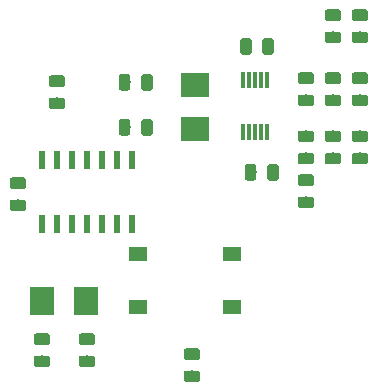
<source format=gtp>
G04 #@! TF.GenerationSoftware,KiCad,Pcbnew,(5.1.0)-1*
G04 #@! TF.CreationDate,2019-04-21T11:54:00-04:00*
G04 #@! TF.ProjectId,tpms_silencer,74706d73-5f73-4696-9c65-6e6365722e6b,rev?*
G04 #@! TF.SameCoordinates,Original*
G04 #@! TF.FileFunction,Paste,Top*
G04 #@! TF.FilePolarity,Positive*
%FSLAX46Y46*%
G04 Gerber Fmt 4.6, Leading zero omitted, Abs format (unit mm)*
G04 Created by KiCad (PCBNEW (5.1.0)-1) date 2019-04-21 11:54:00*
%MOMM*%
%LPD*%
G04 APERTURE LIST*
%ADD10R,2.400000X2.000000*%
%ADD11R,2.000000X2.400000*%
%ADD12C,0.100000*%
%ADD13C,0.975000*%
%ADD14R,0.600000X1.500000*%
%ADD15R,0.300000X1.400000*%
%ADD16R,1.550000X1.300000*%
G04 APERTURE END LIST*
D10*
X40132000Y-50940000D03*
X40132000Y-47240000D03*
D11*
X30878000Y-65532000D03*
X27178000Y-65532000D03*
D12*
G36*
X25626142Y-56917674D02*
G01*
X25649803Y-56921184D01*
X25673007Y-56926996D01*
X25695529Y-56935054D01*
X25717153Y-56945282D01*
X25737670Y-56957579D01*
X25756883Y-56971829D01*
X25774607Y-56987893D01*
X25790671Y-57005617D01*
X25804921Y-57024830D01*
X25817218Y-57045347D01*
X25827446Y-57066971D01*
X25835504Y-57089493D01*
X25841316Y-57112697D01*
X25844826Y-57136358D01*
X25846000Y-57160250D01*
X25846000Y-57647750D01*
X25844826Y-57671642D01*
X25841316Y-57695303D01*
X25835504Y-57718507D01*
X25827446Y-57741029D01*
X25817218Y-57762653D01*
X25804921Y-57783170D01*
X25790671Y-57802383D01*
X25774607Y-57820107D01*
X25756883Y-57836171D01*
X25737670Y-57850421D01*
X25717153Y-57862718D01*
X25695529Y-57872946D01*
X25673007Y-57881004D01*
X25649803Y-57886816D01*
X25626142Y-57890326D01*
X25602250Y-57891500D01*
X24689750Y-57891500D01*
X24665858Y-57890326D01*
X24642197Y-57886816D01*
X24618993Y-57881004D01*
X24596471Y-57872946D01*
X24574847Y-57862718D01*
X24554330Y-57850421D01*
X24535117Y-57836171D01*
X24517393Y-57820107D01*
X24501329Y-57802383D01*
X24487079Y-57783170D01*
X24474782Y-57762653D01*
X24464554Y-57741029D01*
X24456496Y-57718507D01*
X24450684Y-57695303D01*
X24447174Y-57671642D01*
X24446000Y-57647750D01*
X24446000Y-57160250D01*
X24447174Y-57136358D01*
X24450684Y-57112697D01*
X24456496Y-57089493D01*
X24464554Y-57066971D01*
X24474782Y-57045347D01*
X24487079Y-57024830D01*
X24501329Y-57005617D01*
X24517393Y-56987893D01*
X24535117Y-56971829D01*
X24554330Y-56957579D01*
X24574847Y-56945282D01*
X24596471Y-56935054D01*
X24618993Y-56926996D01*
X24642197Y-56921184D01*
X24665858Y-56917674D01*
X24689750Y-56916500D01*
X25602250Y-56916500D01*
X25626142Y-56917674D01*
X25626142Y-56917674D01*
G37*
D13*
X25146000Y-57404000D03*
D12*
G36*
X25626142Y-55042674D02*
G01*
X25649803Y-55046184D01*
X25673007Y-55051996D01*
X25695529Y-55060054D01*
X25717153Y-55070282D01*
X25737670Y-55082579D01*
X25756883Y-55096829D01*
X25774607Y-55112893D01*
X25790671Y-55130617D01*
X25804921Y-55149830D01*
X25817218Y-55170347D01*
X25827446Y-55191971D01*
X25835504Y-55214493D01*
X25841316Y-55237697D01*
X25844826Y-55261358D01*
X25846000Y-55285250D01*
X25846000Y-55772750D01*
X25844826Y-55796642D01*
X25841316Y-55820303D01*
X25835504Y-55843507D01*
X25827446Y-55866029D01*
X25817218Y-55887653D01*
X25804921Y-55908170D01*
X25790671Y-55927383D01*
X25774607Y-55945107D01*
X25756883Y-55961171D01*
X25737670Y-55975421D01*
X25717153Y-55987718D01*
X25695529Y-55997946D01*
X25673007Y-56006004D01*
X25649803Y-56011816D01*
X25626142Y-56015326D01*
X25602250Y-56016500D01*
X24689750Y-56016500D01*
X24665858Y-56015326D01*
X24642197Y-56011816D01*
X24618993Y-56006004D01*
X24596471Y-55997946D01*
X24574847Y-55987718D01*
X24554330Y-55975421D01*
X24535117Y-55961171D01*
X24517393Y-55945107D01*
X24501329Y-55927383D01*
X24487079Y-55908170D01*
X24474782Y-55887653D01*
X24464554Y-55866029D01*
X24456496Y-55843507D01*
X24450684Y-55820303D01*
X24447174Y-55796642D01*
X24446000Y-55772750D01*
X24446000Y-55285250D01*
X24447174Y-55261358D01*
X24450684Y-55237697D01*
X24456496Y-55214493D01*
X24464554Y-55191971D01*
X24474782Y-55170347D01*
X24487079Y-55149830D01*
X24501329Y-55130617D01*
X24517393Y-55112893D01*
X24535117Y-55096829D01*
X24554330Y-55082579D01*
X24574847Y-55070282D01*
X24596471Y-55060054D01*
X24618993Y-55051996D01*
X24642197Y-55046184D01*
X24665858Y-55042674D01*
X24689750Y-55041500D01*
X25602250Y-55041500D01*
X25626142Y-55042674D01*
X25626142Y-55042674D01*
G37*
D13*
X25146000Y-55529000D03*
D12*
G36*
X27658142Y-68250674D02*
G01*
X27681803Y-68254184D01*
X27705007Y-68259996D01*
X27727529Y-68268054D01*
X27749153Y-68278282D01*
X27769670Y-68290579D01*
X27788883Y-68304829D01*
X27806607Y-68320893D01*
X27822671Y-68338617D01*
X27836921Y-68357830D01*
X27849218Y-68378347D01*
X27859446Y-68399971D01*
X27867504Y-68422493D01*
X27873316Y-68445697D01*
X27876826Y-68469358D01*
X27878000Y-68493250D01*
X27878000Y-68980750D01*
X27876826Y-69004642D01*
X27873316Y-69028303D01*
X27867504Y-69051507D01*
X27859446Y-69074029D01*
X27849218Y-69095653D01*
X27836921Y-69116170D01*
X27822671Y-69135383D01*
X27806607Y-69153107D01*
X27788883Y-69169171D01*
X27769670Y-69183421D01*
X27749153Y-69195718D01*
X27727529Y-69205946D01*
X27705007Y-69214004D01*
X27681803Y-69219816D01*
X27658142Y-69223326D01*
X27634250Y-69224500D01*
X26721750Y-69224500D01*
X26697858Y-69223326D01*
X26674197Y-69219816D01*
X26650993Y-69214004D01*
X26628471Y-69205946D01*
X26606847Y-69195718D01*
X26586330Y-69183421D01*
X26567117Y-69169171D01*
X26549393Y-69153107D01*
X26533329Y-69135383D01*
X26519079Y-69116170D01*
X26506782Y-69095653D01*
X26496554Y-69074029D01*
X26488496Y-69051507D01*
X26482684Y-69028303D01*
X26479174Y-69004642D01*
X26478000Y-68980750D01*
X26478000Y-68493250D01*
X26479174Y-68469358D01*
X26482684Y-68445697D01*
X26488496Y-68422493D01*
X26496554Y-68399971D01*
X26506782Y-68378347D01*
X26519079Y-68357830D01*
X26533329Y-68338617D01*
X26549393Y-68320893D01*
X26567117Y-68304829D01*
X26586330Y-68290579D01*
X26606847Y-68278282D01*
X26628471Y-68268054D01*
X26650993Y-68259996D01*
X26674197Y-68254184D01*
X26697858Y-68250674D01*
X26721750Y-68249500D01*
X27634250Y-68249500D01*
X27658142Y-68250674D01*
X27658142Y-68250674D01*
G37*
D13*
X27178000Y-68737000D03*
D12*
G36*
X27658142Y-70125674D02*
G01*
X27681803Y-70129184D01*
X27705007Y-70134996D01*
X27727529Y-70143054D01*
X27749153Y-70153282D01*
X27769670Y-70165579D01*
X27788883Y-70179829D01*
X27806607Y-70195893D01*
X27822671Y-70213617D01*
X27836921Y-70232830D01*
X27849218Y-70253347D01*
X27859446Y-70274971D01*
X27867504Y-70297493D01*
X27873316Y-70320697D01*
X27876826Y-70344358D01*
X27878000Y-70368250D01*
X27878000Y-70855750D01*
X27876826Y-70879642D01*
X27873316Y-70903303D01*
X27867504Y-70926507D01*
X27859446Y-70949029D01*
X27849218Y-70970653D01*
X27836921Y-70991170D01*
X27822671Y-71010383D01*
X27806607Y-71028107D01*
X27788883Y-71044171D01*
X27769670Y-71058421D01*
X27749153Y-71070718D01*
X27727529Y-71080946D01*
X27705007Y-71089004D01*
X27681803Y-71094816D01*
X27658142Y-71098326D01*
X27634250Y-71099500D01*
X26721750Y-71099500D01*
X26697858Y-71098326D01*
X26674197Y-71094816D01*
X26650993Y-71089004D01*
X26628471Y-71080946D01*
X26606847Y-71070718D01*
X26586330Y-71058421D01*
X26567117Y-71044171D01*
X26549393Y-71028107D01*
X26533329Y-71010383D01*
X26519079Y-70991170D01*
X26506782Y-70970653D01*
X26496554Y-70949029D01*
X26488496Y-70926507D01*
X26482684Y-70903303D01*
X26479174Y-70879642D01*
X26478000Y-70855750D01*
X26478000Y-70368250D01*
X26479174Y-70344358D01*
X26482684Y-70320697D01*
X26488496Y-70297493D01*
X26496554Y-70274971D01*
X26506782Y-70253347D01*
X26519079Y-70232830D01*
X26533329Y-70213617D01*
X26549393Y-70195893D01*
X26567117Y-70179829D01*
X26586330Y-70165579D01*
X26606847Y-70153282D01*
X26628471Y-70143054D01*
X26650993Y-70134996D01*
X26674197Y-70129184D01*
X26697858Y-70125674D01*
X26721750Y-70124500D01*
X27634250Y-70124500D01*
X27658142Y-70125674D01*
X27658142Y-70125674D01*
G37*
D13*
X27178000Y-70612000D03*
D12*
G36*
X31468142Y-70125674D02*
G01*
X31491803Y-70129184D01*
X31515007Y-70134996D01*
X31537529Y-70143054D01*
X31559153Y-70153282D01*
X31579670Y-70165579D01*
X31598883Y-70179829D01*
X31616607Y-70195893D01*
X31632671Y-70213617D01*
X31646921Y-70232830D01*
X31659218Y-70253347D01*
X31669446Y-70274971D01*
X31677504Y-70297493D01*
X31683316Y-70320697D01*
X31686826Y-70344358D01*
X31688000Y-70368250D01*
X31688000Y-70855750D01*
X31686826Y-70879642D01*
X31683316Y-70903303D01*
X31677504Y-70926507D01*
X31669446Y-70949029D01*
X31659218Y-70970653D01*
X31646921Y-70991170D01*
X31632671Y-71010383D01*
X31616607Y-71028107D01*
X31598883Y-71044171D01*
X31579670Y-71058421D01*
X31559153Y-71070718D01*
X31537529Y-71080946D01*
X31515007Y-71089004D01*
X31491803Y-71094816D01*
X31468142Y-71098326D01*
X31444250Y-71099500D01*
X30531750Y-71099500D01*
X30507858Y-71098326D01*
X30484197Y-71094816D01*
X30460993Y-71089004D01*
X30438471Y-71080946D01*
X30416847Y-71070718D01*
X30396330Y-71058421D01*
X30377117Y-71044171D01*
X30359393Y-71028107D01*
X30343329Y-71010383D01*
X30329079Y-70991170D01*
X30316782Y-70970653D01*
X30306554Y-70949029D01*
X30298496Y-70926507D01*
X30292684Y-70903303D01*
X30289174Y-70879642D01*
X30288000Y-70855750D01*
X30288000Y-70368250D01*
X30289174Y-70344358D01*
X30292684Y-70320697D01*
X30298496Y-70297493D01*
X30306554Y-70274971D01*
X30316782Y-70253347D01*
X30329079Y-70232830D01*
X30343329Y-70213617D01*
X30359393Y-70195893D01*
X30377117Y-70179829D01*
X30396330Y-70165579D01*
X30416847Y-70153282D01*
X30438471Y-70143054D01*
X30460993Y-70134996D01*
X30484197Y-70129184D01*
X30507858Y-70125674D01*
X30531750Y-70124500D01*
X31444250Y-70124500D01*
X31468142Y-70125674D01*
X31468142Y-70125674D01*
G37*
D13*
X30988000Y-70612000D03*
D12*
G36*
X31468142Y-68250674D02*
G01*
X31491803Y-68254184D01*
X31515007Y-68259996D01*
X31537529Y-68268054D01*
X31559153Y-68278282D01*
X31579670Y-68290579D01*
X31598883Y-68304829D01*
X31616607Y-68320893D01*
X31632671Y-68338617D01*
X31646921Y-68357830D01*
X31659218Y-68378347D01*
X31669446Y-68399971D01*
X31677504Y-68422493D01*
X31683316Y-68445697D01*
X31686826Y-68469358D01*
X31688000Y-68493250D01*
X31688000Y-68980750D01*
X31686826Y-69004642D01*
X31683316Y-69028303D01*
X31677504Y-69051507D01*
X31669446Y-69074029D01*
X31659218Y-69095653D01*
X31646921Y-69116170D01*
X31632671Y-69135383D01*
X31616607Y-69153107D01*
X31598883Y-69169171D01*
X31579670Y-69183421D01*
X31559153Y-69195718D01*
X31537529Y-69205946D01*
X31515007Y-69214004D01*
X31491803Y-69219816D01*
X31468142Y-69223326D01*
X31444250Y-69224500D01*
X30531750Y-69224500D01*
X30507858Y-69223326D01*
X30484197Y-69219816D01*
X30460993Y-69214004D01*
X30438471Y-69205946D01*
X30416847Y-69195718D01*
X30396330Y-69183421D01*
X30377117Y-69169171D01*
X30359393Y-69153107D01*
X30343329Y-69135383D01*
X30329079Y-69116170D01*
X30316782Y-69095653D01*
X30306554Y-69074029D01*
X30298496Y-69051507D01*
X30292684Y-69028303D01*
X30289174Y-69004642D01*
X30288000Y-68980750D01*
X30288000Y-68493250D01*
X30289174Y-68469358D01*
X30292684Y-68445697D01*
X30298496Y-68422493D01*
X30306554Y-68399971D01*
X30316782Y-68378347D01*
X30329079Y-68357830D01*
X30343329Y-68338617D01*
X30359393Y-68320893D01*
X30377117Y-68304829D01*
X30396330Y-68290579D01*
X30416847Y-68278282D01*
X30438471Y-68268054D01*
X30460993Y-68259996D01*
X30484197Y-68254184D01*
X30507858Y-68250674D01*
X30531750Y-68249500D01*
X31444250Y-68249500D01*
X31468142Y-68250674D01*
X31468142Y-68250674D01*
G37*
D13*
X30988000Y-68737000D03*
D12*
G36*
X36335642Y-46291174D02*
G01*
X36359303Y-46294684D01*
X36382507Y-46300496D01*
X36405029Y-46308554D01*
X36426653Y-46318782D01*
X36447170Y-46331079D01*
X36466383Y-46345329D01*
X36484107Y-46361393D01*
X36500171Y-46379117D01*
X36514421Y-46398330D01*
X36526718Y-46418847D01*
X36536946Y-46440471D01*
X36545004Y-46462993D01*
X36550816Y-46486197D01*
X36554326Y-46509858D01*
X36555500Y-46533750D01*
X36555500Y-47446250D01*
X36554326Y-47470142D01*
X36550816Y-47493803D01*
X36545004Y-47517007D01*
X36536946Y-47539529D01*
X36526718Y-47561153D01*
X36514421Y-47581670D01*
X36500171Y-47600883D01*
X36484107Y-47618607D01*
X36466383Y-47634671D01*
X36447170Y-47648921D01*
X36426653Y-47661218D01*
X36405029Y-47671446D01*
X36382507Y-47679504D01*
X36359303Y-47685316D01*
X36335642Y-47688826D01*
X36311750Y-47690000D01*
X35824250Y-47690000D01*
X35800358Y-47688826D01*
X35776697Y-47685316D01*
X35753493Y-47679504D01*
X35730971Y-47671446D01*
X35709347Y-47661218D01*
X35688830Y-47648921D01*
X35669617Y-47634671D01*
X35651893Y-47618607D01*
X35635829Y-47600883D01*
X35621579Y-47581670D01*
X35609282Y-47561153D01*
X35599054Y-47539529D01*
X35590996Y-47517007D01*
X35585184Y-47493803D01*
X35581674Y-47470142D01*
X35580500Y-47446250D01*
X35580500Y-46533750D01*
X35581674Y-46509858D01*
X35585184Y-46486197D01*
X35590996Y-46462993D01*
X35599054Y-46440471D01*
X35609282Y-46418847D01*
X35621579Y-46398330D01*
X35635829Y-46379117D01*
X35651893Y-46361393D01*
X35669617Y-46345329D01*
X35688830Y-46331079D01*
X35709347Y-46318782D01*
X35730971Y-46308554D01*
X35753493Y-46300496D01*
X35776697Y-46294684D01*
X35800358Y-46291174D01*
X35824250Y-46290000D01*
X36311750Y-46290000D01*
X36335642Y-46291174D01*
X36335642Y-46291174D01*
G37*
D13*
X36068000Y-46990000D03*
D12*
G36*
X34460642Y-46291174D02*
G01*
X34484303Y-46294684D01*
X34507507Y-46300496D01*
X34530029Y-46308554D01*
X34551653Y-46318782D01*
X34572170Y-46331079D01*
X34591383Y-46345329D01*
X34609107Y-46361393D01*
X34625171Y-46379117D01*
X34639421Y-46398330D01*
X34651718Y-46418847D01*
X34661946Y-46440471D01*
X34670004Y-46462993D01*
X34675816Y-46486197D01*
X34679326Y-46509858D01*
X34680500Y-46533750D01*
X34680500Y-47446250D01*
X34679326Y-47470142D01*
X34675816Y-47493803D01*
X34670004Y-47517007D01*
X34661946Y-47539529D01*
X34651718Y-47561153D01*
X34639421Y-47581670D01*
X34625171Y-47600883D01*
X34609107Y-47618607D01*
X34591383Y-47634671D01*
X34572170Y-47648921D01*
X34551653Y-47661218D01*
X34530029Y-47671446D01*
X34507507Y-47679504D01*
X34484303Y-47685316D01*
X34460642Y-47688826D01*
X34436750Y-47690000D01*
X33949250Y-47690000D01*
X33925358Y-47688826D01*
X33901697Y-47685316D01*
X33878493Y-47679504D01*
X33855971Y-47671446D01*
X33834347Y-47661218D01*
X33813830Y-47648921D01*
X33794617Y-47634671D01*
X33776893Y-47618607D01*
X33760829Y-47600883D01*
X33746579Y-47581670D01*
X33734282Y-47561153D01*
X33724054Y-47539529D01*
X33715996Y-47517007D01*
X33710184Y-47493803D01*
X33706674Y-47470142D01*
X33705500Y-47446250D01*
X33705500Y-46533750D01*
X33706674Y-46509858D01*
X33710184Y-46486197D01*
X33715996Y-46462993D01*
X33724054Y-46440471D01*
X33734282Y-46418847D01*
X33746579Y-46398330D01*
X33760829Y-46379117D01*
X33776893Y-46361393D01*
X33794617Y-46345329D01*
X33813830Y-46331079D01*
X33834347Y-46318782D01*
X33855971Y-46308554D01*
X33878493Y-46300496D01*
X33901697Y-46294684D01*
X33925358Y-46291174D01*
X33949250Y-46290000D01*
X34436750Y-46290000D01*
X34460642Y-46291174D01*
X34460642Y-46291174D01*
G37*
D13*
X34193000Y-46990000D03*
D12*
G36*
X36335642Y-50101174D02*
G01*
X36359303Y-50104684D01*
X36382507Y-50110496D01*
X36405029Y-50118554D01*
X36426653Y-50128782D01*
X36447170Y-50141079D01*
X36466383Y-50155329D01*
X36484107Y-50171393D01*
X36500171Y-50189117D01*
X36514421Y-50208330D01*
X36526718Y-50228847D01*
X36536946Y-50250471D01*
X36545004Y-50272993D01*
X36550816Y-50296197D01*
X36554326Y-50319858D01*
X36555500Y-50343750D01*
X36555500Y-51256250D01*
X36554326Y-51280142D01*
X36550816Y-51303803D01*
X36545004Y-51327007D01*
X36536946Y-51349529D01*
X36526718Y-51371153D01*
X36514421Y-51391670D01*
X36500171Y-51410883D01*
X36484107Y-51428607D01*
X36466383Y-51444671D01*
X36447170Y-51458921D01*
X36426653Y-51471218D01*
X36405029Y-51481446D01*
X36382507Y-51489504D01*
X36359303Y-51495316D01*
X36335642Y-51498826D01*
X36311750Y-51500000D01*
X35824250Y-51500000D01*
X35800358Y-51498826D01*
X35776697Y-51495316D01*
X35753493Y-51489504D01*
X35730971Y-51481446D01*
X35709347Y-51471218D01*
X35688830Y-51458921D01*
X35669617Y-51444671D01*
X35651893Y-51428607D01*
X35635829Y-51410883D01*
X35621579Y-51391670D01*
X35609282Y-51371153D01*
X35599054Y-51349529D01*
X35590996Y-51327007D01*
X35585184Y-51303803D01*
X35581674Y-51280142D01*
X35580500Y-51256250D01*
X35580500Y-50343750D01*
X35581674Y-50319858D01*
X35585184Y-50296197D01*
X35590996Y-50272993D01*
X35599054Y-50250471D01*
X35609282Y-50228847D01*
X35621579Y-50208330D01*
X35635829Y-50189117D01*
X35651893Y-50171393D01*
X35669617Y-50155329D01*
X35688830Y-50141079D01*
X35709347Y-50128782D01*
X35730971Y-50118554D01*
X35753493Y-50110496D01*
X35776697Y-50104684D01*
X35800358Y-50101174D01*
X35824250Y-50100000D01*
X36311750Y-50100000D01*
X36335642Y-50101174D01*
X36335642Y-50101174D01*
G37*
D13*
X36068000Y-50800000D03*
D12*
G36*
X34460642Y-50101174D02*
G01*
X34484303Y-50104684D01*
X34507507Y-50110496D01*
X34530029Y-50118554D01*
X34551653Y-50128782D01*
X34572170Y-50141079D01*
X34591383Y-50155329D01*
X34609107Y-50171393D01*
X34625171Y-50189117D01*
X34639421Y-50208330D01*
X34651718Y-50228847D01*
X34661946Y-50250471D01*
X34670004Y-50272993D01*
X34675816Y-50296197D01*
X34679326Y-50319858D01*
X34680500Y-50343750D01*
X34680500Y-51256250D01*
X34679326Y-51280142D01*
X34675816Y-51303803D01*
X34670004Y-51327007D01*
X34661946Y-51349529D01*
X34651718Y-51371153D01*
X34639421Y-51391670D01*
X34625171Y-51410883D01*
X34609107Y-51428607D01*
X34591383Y-51444671D01*
X34572170Y-51458921D01*
X34551653Y-51471218D01*
X34530029Y-51481446D01*
X34507507Y-51489504D01*
X34484303Y-51495316D01*
X34460642Y-51498826D01*
X34436750Y-51500000D01*
X33949250Y-51500000D01*
X33925358Y-51498826D01*
X33901697Y-51495316D01*
X33878493Y-51489504D01*
X33855971Y-51481446D01*
X33834347Y-51471218D01*
X33813830Y-51458921D01*
X33794617Y-51444671D01*
X33776893Y-51428607D01*
X33760829Y-51410883D01*
X33746579Y-51391670D01*
X33734282Y-51371153D01*
X33724054Y-51349529D01*
X33715996Y-51327007D01*
X33710184Y-51303803D01*
X33706674Y-51280142D01*
X33705500Y-51256250D01*
X33705500Y-50343750D01*
X33706674Y-50319858D01*
X33710184Y-50296197D01*
X33715996Y-50272993D01*
X33724054Y-50250471D01*
X33734282Y-50228847D01*
X33746579Y-50208330D01*
X33760829Y-50189117D01*
X33776893Y-50171393D01*
X33794617Y-50155329D01*
X33813830Y-50141079D01*
X33834347Y-50128782D01*
X33855971Y-50118554D01*
X33878493Y-50110496D01*
X33901697Y-50104684D01*
X33925358Y-50101174D01*
X33949250Y-50100000D01*
X34436750Y-50100000D01*
X34460642Y-50101174D01*
X34460642Y-50101174D01*
G37*
D13*
X34193000Y-50800000D03*
D12*
G36*
X47003642Y-53911174D02*
G01*
X47027303Y-53914684D01*
X47050507Y-53920496D01*
X47073029Y-53928554D01*
X47094653Y-53938782D01*
X47115170Y-53951079D01*
X47134383Y-53965329D01*
X47152107Y-53981393D01*
X47168171Y-53999117D01*
X47182421Y-54018330D01*
X47194718Y-54038847D01*
X47204946Y-54060471D01*
X47213004Y-54082993D01*
X47218816Y-54106197D01*
X47222326Y-54129858D01*
X47223500Y-54153750D01*
X47223500Y-55066250D01*
X47222326Y-55090142D01*
X47218816Y-55113803D01*
X47213004Y-55137007D01*
X47204946Y-55159529D01*
X47194718Y-55181153D01*
X47182421Y-55201670D01*
X47168171Y-55220883D01*
X47152107Y-55238607D01*
X47134383Y-55254671D01*
X47115170Y-55268921D01*
X47094653Y-55281218D01*
X47073029Y-55291446D01*
X47050507Y-55299504D01*
X47027303Y-55305316D01*
X47003642Y-55308826D01*
X46979750Y-55310000D01*
X46492250Y-55310000D01*
X46468358Y-55308826D01*
X46444697Y-55305316D01*
X46421493Y-55299504D01*
X46398971Y-55291446D01*
X46377347Y-55281218D01*
X46356830Y-55268921D01*
X46337617Y-55254671D01*
X46319893Y-55238607D01*
X46303829Y-55220883D01*
X46289579Y-55201670D01*
X46277282Y-55181153D01*
X46267054Y-55159529D01*
X46258996Y-55137007D01*
X46253184Y-55113803D01*
X46249674Y-55090142D01*
X46248500Y-55066250D01*
X46248500Y-54153750D01*
X46249674Y-54129858D01*
X46253184Y-54106197D01*
X46258996Y-54082993D01*
X46267054Y-54060471D01*
X46277282Y-54038847D01*
X46289579Y-54018330D01*
X46303829Y-53999117D01*
X46319893Y-53981393D01*
X46337617Y-53965329D01*
X46356830Y-53951079D01*
X46377347Y-53938782D01*
X46398971Y-53928554D01*
X46421493Y-53920496D01*
X46444697Y-53914684D01*
X46468358Y-53911174D01*
X46492250Y-53910000D01*
X46979750Y-53910000D01*
X47003642Y-53911174D01*
X47003642Y-53911174D01*
G37*
D13*
X46736000Y-54610000D03*
D12*
G36*
X45128642Y-53911174D02*
G01*
X45152303Y-53914684D01*
X45175507Y-53920496D01*
X45198029Y-53928554D01*
X45219653Y-53938782D01*
X45240170Y-53951079D01*
X45259383Y-53965329D01*
X45277107Y-53981393D01*
X45293171Y-53999117D01*
X45307421Y-54018330D01*
X45319718Y-54038847D01*
X45329946Y-54060471D01*
X45338004Y-54082993D01*
X45343816Y-54106197D01*
X45347326Y-54129858D01*
X45348500Y-54153750D01*
X45348500Y-55066250D01*
X45347326Y-55090142D01*
X45343816Y-55113803D01*
X45338004Y-55137007D01*
X45329946Y-55159529D01*
X45319718Y-55181153D01*
X45307421Y-55201670D01*
X45293171Y-55220883D01*
X45277107Y-55238607D01*
X45259383Y-55254671D01*
X45240170Y-55268921D01*
X45219653Y-55281218D01*
X45198029Y-55291446D01*
X45175507Y-55299504D01*
X45152303Y-55305316D01*
X45128642Y-55308826D01*
X45104750Y-55310000D01*
X44617250Y-55310000D01*
X44593358Y-55308826D01*
X44569697Y-55305316D01*
X44546493Y-55299504D01*
X44523971Y-55291446D01*
X44502347Y-55281218D01*
X44481830Y-55268921D01*
X44462617Y-55254671D01*
X44444893Y-55238607D01*
X44428829Y-55220883D01*
X44414579Y-55201670D01*
X44402282Y-55181153D01*
X44392054Y-55159529D01*
X44383996Y-55137007D01*
X44378184Y-55113803D01*
X44374674Y-55090142D01*
X44373500Y-55066250D01*
X44373500Y-54153750D01*
X44374674Y-54129858D01*
X44378184Y-54106197D01*
X44383996Y-54082993D01*
X44392054Y-54060471D01*
X44402282Y-54038847D01*
X44414579Y-54018330D01*
X44428829Y-53999117D01*
X44444893Y-53981393D01*
X44462617Y-53965329D01*
X44481830Y-53951079D01*
X44502347Y-53938782D01*
X44523971Y-53928554D01*
X44546493Y-53920496D01*
X44569697Y-53914684D01*
X44593358Y-53911174D01*
X44617250Y-53910000D01*
X45104750Y-53910000D01*
X45128642Y-53911174D01*
X45128642Y-53911174D01*
G37*
D13*
X44861000Y-54610000D03*
D12*
G36*
X50010142Y-56663674D02*
G01*
X50033803Y-56667184D01*
X50057007Y-56672996D01*
X50079529Y-56681054D01*
X50101153Y-56691282D01*
X50121670Y-56703579D01*
X50140883Y-56717829D01*
X50158607Y-56733893D01*
X50174671Y-56751617D01*
X50188921Y-56770830D01*
X50201218Y-56791347D01*
X50211446Y-56812971D01*
X50219504Y-56835493D01*
X50225316Y-56858697D01*
X50228826Y-56882358D01*
X50230000Y-56906250D01*
X50230000Y-57393750D01*
X50228826Y-57417642D01*
X50225316Y-57441303D01*
X50219504Y-57464507D01*
X50211446Y-57487029D01*
X50201218Y-57508653D01*
X50188921Y-57529170D01*
X50174671Y-57548383D01*
X50158607Y-57566107D01*
X50140883Y-57582171D01*
X50121670Y-57596421D01*
X50101153Y-57608718D01*
X50079529Y-57618946D01*
X50057007Y-57627004D01*
X50033803Y-57632816D01*
X50010142Y-57636326D01*
X49986250Y-57637500D01*
X49073750Y-57637500D01*
X49049858Y-57636326D01*
X49026197Y-57632816D01*
X49002993Y-57627004D01*
X48980471Y-57618946D01*
X48958847Y-57608718D01*
X48938330Y-57596421D01*
X48919117Y-57582171D01*
X48901393Y-57566107D01*
X48885329Y-57548383D01*
X48871079Y-57529170D01*
X48858782Y-57508653D01*
X48848554Y-57487029D01*
X48840496Y-57464507D01*
X48834684Y-57441303D01*
X48831174Y-57417642D01*
X48830000Y-57393750D01*
X48830000Y-56906250D01*
X48831174Y-56882358D01*
X48834684Y-56858697D01*
X48840496Y-56835493D01*
X48848554Y-56812971D01*
X48858782Y-56791347D01*
X48871079Y-56770830D01*
X48885329Y-56751617D01*
X48901393Y-56733893D01*
X48919117Y-56717829D01*
X48938330Y-56703579D01*
X48958847Y-56691282D01*
X48980471Y-56681054D01*
X49002993Y-56672996D01*
X49026197Y-56667184D01*
X49049858Y-56663674D01*
X49073750Y-56662500D01*
X49986250Y-56662500D01*
X50010142Y-56663674D01*
X50010142Y-56663674D01*
G37*
D13*
X49530000Y-57150000D03*
D12*
G36*
X50010142Y-54788674D02*
G01*
X50033803Y-54792184D01*
X50057007Y-54797996D01*
X50079529Y-54806054D01*
X50101153Y-54816282D01*
X50121670Y-54828579D01*
X50140883Y-54842829D01*
X50158607Y-54858893D01*
X50174671Y-54876617D01*
X50188921Y-54895830D01*
X50201218Y-54916347D01*
X50211446Y-54937971D01*
X50219504Y-54960493D01*
X50225316Y-54983697D01*
X50228826Y-55007358D01*
X50230000Y-55031250D01*
X50230000Y-55518750D01*
X50228826Y-55542642D01*
X50225316Y-55566303D01*
X50219504Y-55589507D01*
X50211446Y-55612029D01*
X50201218Y-55633653D01*
X50188921Y-55654170D01*
X50174671Y-55673383D01*
X50158607Y-55691107D01*
X50140883Y-55707171D01*
X50121670Y-55721421D01*
X50101153Y-55733718D01*
X50079529Y-55743946D01*
X50057007Y-55752004D01*
X50033803Y-55757816D01*
X50010142Y-55761326D01*
X49986250Y-55762500D01*
X49073750Y-55762500D01*
X49049858Y-55761326D01*
X49026197Y-55757816D01*
X49002993Y-55752004D01*
X48980471Y-55743946D01*
X48958847Y-55733718D01*
X48938330Y-55721421D01*
X48919117Y-55707171D01*
X48901393Y-55691107D01*
X48885329Y-55673383D01*
X48871079Y-55654170D01*
X48858782Y-55633653D01*
X48848554Y-55612029D01*
X48840496Y-55589507D01*
X48834684Y-55566303D01*
X48831174Y-55542642D01*
X48830000Y-55518750D01*
X48830000Y-55031250D01*
X48831174Y-55007358D01*
X48834684Y-54983697D01*
X48840496Y-54960493D01*
X48848554Y-54937971D01*
X48858782Y-54916347D01*
X48871079Y-54895830D01*
X48885329Y-54876617D01*
X48901393Y-54858893D01*
X48919117Y-54842829D01*
X48938330Y-54828579D01*
X48958847Y-54816282D01*
X48980471Y-54806054D01*
X49002993Y-54797996D01*
X49026197Y-54792184D01*
X49049858Y-54788674D01*
X49073750Y-54787500D01*
X49986250Y-54787500D01*
X50010142Y-54788674D01*
X50010142Y-54788674D01*
G37*
D13*
X49530000Y-55275000D03*
D12*
G36*
X50010142Y-48027674D02*
G01*
X50033803Y-48031184D01*
X50057007Y-48036996D01*
X50079529Y-48045054D01*
X50101153Y-48055282D01*
X50121670Y-48067579D01*
X50140883Y-48081829D01*
X50158607Y-48097893D01*
X50174671Y-48115617D01*
X50188921Y-48134830D01*
X50201218Y-48155347D01*
X50211446Y-48176971D01*
X50219504Y-48199493D01*
X50225316Y-48222697D01*
X50228826Y-48246358D01*
X50230000Y-48270250D01*
X50230000Y-48757750D01*
X50228826Y-48781642D01*
X50225316Y-48805303D01*
X50219504Y-48828507D01*
X50211446Y-48851029D01*
X50201218Y-48872653D01*
X50188921Y-48893170D01*
X50174671Y-48912383D01*
X50158607Y-48930107D01*
X50140883Y-48946171D01*
X50121670Y-48960421D01*
X50101153Y-48972718D01*
X50079529Y-48982946D01*
X50057007Y-48991004D01*
X50033803Y-48996816D01*
X50010142Y-49000326D01*
X49986250Y-49001500D01*
X49073750Y-49001500D01*
X49049858Y-49000326D01*
X49026197Y-48996816D01*
X49002993Y-48991004D01*
X48980471Y-48982946D01*
X48958847Y-48972718D01*
X48938330Y-48960421D01*
X48919117Y-48946171D01*
X48901393Y-48930107D01*
X48885329Y-48912383D01*
X48871079Y-48893170D01*
X48858782Y-48872653D01*
X48848554Y-48851029D01*
X48840496Y-48828507D01*
X48834684Y-48805303D01*
X48831174Y-48781642D01*
X48830000Y-48757750D01*
X48830000Y-48270250D01*
X48831174Y-48246358D01*
X48834684Y-48222697D01*
X48840496Y-48199493D01*
X48848554Y-48176971D01*
X48858782Y-48155347D01*
X48871079Y-48134830D01*
X48885329Y-48115617D01*
X48901393Y-48097893D01*
X48919117Y-48081829D01*
X48938330Y-48067579D01*
X48958847Y-48055282D01*
X48980471Y-48045054D01*
X49002993Y-48036996D01*
X49026197Y-48031184D01*
X49049858Y-48027674D01*
X49073750Y-48026500D01*
X49986250Y-48026500D01*
X50010142Y-48027674D01*
X50010142Y-48027674D01*
G37*
D13*
X49530000Y-48514000D03*
D12*
G36*
X50010142Y-46152674D02*
G01*
X50033803Y-46156184D01*
X50057007Y-46161996D01*
X50079529Y-46170054D01*
X50101153Y-46180282D01*
X50121670Y-46192579D01*
X50140883Y-46206829D01*
X50158607Y-46222893D01*
X50174671Y-46240617D01*
X50188921Y-46259830D01*
X50201218Y-46280347D01*
X50211446Y-46301971D01*
X50219504Y-46324493D01*
X50225316Y-46347697D01*
X50228826Y-46371358D01*
X50230000Y-46395250D01*
X50230000Y-46882750D01*
X50228826Y-46906642D01*
X50225316Y-46930303D01*
X50219504Y-46953507D01*
X50211446Y-46976029D01*
X50201218Y-46997653D01*
X50188921Y-47018170D01*
X50174671Y-47037383D01*
X50158607Y-47055107D01*
X50140883Y-47071171D01*
X50121670Y-47085421D01*
X50101153Y-47097718D01*
X50079529Y-47107946D01*
X50057007Y-47116004D01*
X50033803Y-47121816D01*
X50010142Y-47125326D01*
X49986250Y-47126500D01*
X49073750Y-47126500D01*
X49049858Y-47125326D01*
X49026197Y-47121816D01*
X49002993Y-47116004D01*
X48980471Y-47107946D01*
X48958847Y-47097718D01*
X48938330Y-47085421D01*
X48919117Y-47071171D01*
X48901393Y-47055107D01*
X48885329Y-47037383D01*
X48871079Y-47018170D01*
X48858782Y-46997653D01*
X48848554Y-46976029D01*
X48840496Y-46953507D01*
X48834684Y-46930303D01*
X48831174Y-46906642D01*
X48830000Y-46882750D01*
X48830000Y-46395250D01*
X48831174Y-46371358D01*
X48834684Y-46347697D01*
X48840496Y-46324493D01*
X48848554Y-46301971D01*
X48858782Y-46280347D01*
X48871079Y-46259830D01*
X48885329Y-46240617D01*
X48901393Y-46222893D01*
X48919117Y-46206829D01*
X48938330Y-46192579D01*
X48958847Y-46180282D01*
X48980471Y-46170054D01*
X49002993Y-46161996D01*
X49026197Y-46156184D01*
X49049858Y-46152674D01*
X49073750Y-46151500D01*
X49986250Y-46151500D01*
X50010142Y-46152674D01*
X50010142Y-46152674D01*
G37*
D13*
X49530000Y-46639000D03*
D12*
G36*
X54582142Y-52950674D02*
G01*
X54605803Y-52954184D01*
X54629007Y-52959996D01*
X54651529Y-52968054D01*
X54673153Y-52978282D01*
X54693670Y-52990579D01*
X54712883Y-53004829D01*
X54730607Y-53020893D01*
X54746671Y-53038617D01*
X54760921Y-53057830D01*
X54773218Y-53078347D01*
X54783446Y-53099971D01*
X54791504Y-53122493D01*
X54797316Y-53145697D01*
X54800826Y-53169358D01*
X54802000Y-53193250D01*
X54802000Y-53680750D01*
X54800826Y-53704642D01*
X54797316Y-53728303D01*
X54791504Y-53751507D01*
X54783446Y-53774029D01*
X54773218Y-53795653D01*
X54760921Y-53816170D01*
X54746671Y-53835383D01*
X54730607Y-53853107D01*
X54712883Y-53869171D01*
X54693670Y-53883421D01*
X54673153Y-53895718D01*
X54651529Y-53905946D01*
X54629007Y-53914004D01*
X54605803Y-53919816D01*
X54582142Y-53923326D01*
X54558250Y-53924500D01*
X53645750Y-53924500D01*
X53621858Y-53923326D01*
X53598197Y-53919816D01*
X53574993Y-53914004D01*
X53552471Y-53905946D01*
X53530847Y-53895718D01*
X53510330Y-53883421D01*
X53491117Y-53869171D01*
X53473393Y-53853107D01*
X53457329Y-53835383D01*
X53443079Y-53816170D01*
X53430782Y-53795653D01*
X53420554Y-53774029D01*
X53412496Y-53751507D01*
X53406684Y-53728303D01*
X53403174Y-53704642D01*
X53402000Y-53680750D01*
X53402000Y-53193250D01*
X53403174Y-53169358D01*
X53406684Y-53145697D01*
X53412496Y-53122493D01*
X53420554Y-53099971D01*
X53430782Y-53078347D01*
X53443079Y-53057830D01*
X53457329Y-53038617D01*
X53473393Y-53020893D01*
X53491117Y-53004829D01*
X53510330Y-52990579D01*
X53530847Y-52978282D01*
X53552471Y-52968054D01*
X53574993Y-52959996D01*
X53598197Y-52954184D01*
X53621858Y-52950674D01*
X53645750Y-52949500D01*
X54558250Y-52949500D01*
X54582142Y-52950674D01*
X54582142Y-52950674D01*
G37*
D13*
X54102000Y-53437000D03*
D12*
G36*
X54582142Y-51075674D02*
G01*
X54605803Y-51079184D01*
X54629007Y-51084996D01*
X54651529Y-51093054D01*
X54673153Y-51103282D01*
X54693670Y-51115579D01*
X54712883Y-51129829D01*
X54730607Y-51145893D01*
X54746671Y-51163617D01*
X54760921Y-51182830D01*
X54773218Y-51203347D01*
X54783446Y-51224971D01*
X54791504Y-51247493D01*
X54797316Y-51270697D01*
X54800826Y-51294358D01*
X54802000Y-51318250D01*
X54802000Y-51805750D01*
X54800826Y-51829642D01*
X54797316Y-51853303D01*
X54791504Y-51876507D01*
X54783446Y-51899029D01*
X54773218Y-51920653D01*
X54760921Y-51941170D01*
X54746671Y-51960383D01*
X54730607Y-51978107D01*
X54712883Y-51994171D01*
X54693670Y-52008421D01*
X54673153Y-52020718D01*
X54651529Y-52030946D01*
X54629007Y-52039004D01*
X54605803Y-52044816D01*
X54582142Y-52048326D01*
X54558250Y-52049500D01*
X53645750Y-52049500D01*
X53621858Y-52048326D01*
X53598197Y-52044816D01*
X53574993Y-52039004D01*
X53552471Y-52030946D01*
X53530847Y-52020718D01*
X53510330Y-52008421D01*
X53491117Y-51994171D01*
X53473393Y-51978107D01*
X53457329Y-51960383D01*
X53443079Y-51941170D01*
X53430782Y-51920653D01*
X53420554Y-51899029D01*
X53412496Y-51876507D01*
X53406684Y-51853303D01*
X53403174Y-51829642D01*
X53402000Y-51805750D01*
X53402000Y-51318250D01*
X53403174Y-51294358D01*
X53406684Y-51270697D01*
X53412496Y-51247493D01*
X53420554Y-51224971D01*
X53430782Y-51203347D01*
X53443079Y-51182830D01*
X53457329Y-51163617D01*
X53473393Y-51145893D01*
X53491117Y-51129829D01*
X53510330Y-51115579D01*
X53530847Y-51103282D01*
X53552471Y-51093054D01*
X53574993Y-51084996D01*
X53598197Y-51079184D01*
X53621858Y-51075674D01*
X53645750Y-51074500D01*
X54558250Y-51074500D01*
X54582142Y-51075674D01*
X54582142Y-51075674D01*
G37*
D13*
X54102000Y-51562000D03*
D12*
G36*
X50010142Y-52950674D02*
G01*
X50033803Y-52954184D01*
X50057007Y-52959996D01*
X50079529Y-52968054D01*
X50101153Y-52978282D01*
X50121670Y-52990579D01*
X50140883Y-53004829D01*
X50158607Y-53020893D01*
X50174671Y-53038617D01*
X50188921Y-53057830D01*
X50201218Y-53078347D01*
X50211446Y-53099971D01*
X50219504Y-53122493D01*
X50225316Y-53145697D01*
X50228826Y-53169358D01*
X50230000Y-53193250D01*
X50230000Y-53680750D01*
X50228826Y-53704642D01*
X50225316Y-53728303D01*
X50219504Y-53751507D01*
X50211446Y-53774029D01*
X50201218Y-53795653D01*
X50188921Y-53816170D01*
X50174671Y-53835383D01*
X50158607Y-53853107D01*
X50140883Y-53869171D01*
X50121670Y-53883421D01*
X50101153Y-53895718D01*
X50079529Y-53905946D01*
X50057007Y-53914004D01*
X50033803Y-53919816D01*
X50010142Y-53923326D01*
X49986250Y-53924500D01*
X49073750Y-53924500D01*
X49049858Y-53923326D01*
X49026197Y-53919816D01*
X49002993Y-53914004D01*
X48980471Y-53905946D01*
X48958847Y-53895718D01*
X48938330Y-53883421D01*
X48919117Y-53869171D01*
X48901393Y-53853107D01*
X48885329Y-53835383D01*
X48871079Y-53816170D01*
X48858782Y-53795653D01*
X48848554Y-53774029D01*
X48840496Y-53751507D01*
X48834684Y-53728303D01*
X48831174Y-53704642D01*
X48830000Y-53680750D01*
X48830000Y-53193250D01*
X48831174Y-53169358D01*
X48834684Y-53145697D01*
X48840496Y-53122493D01*
X48848554Y-53099971D01*
X48858782Y-53078347D01*
X48871079Y-53057830D01*
X48885329Y-53038617D01*
X48901393Y-53020893D01*
X48919117Y-53004829D01*
X48938330Y-52990579D01*
X48958847Y-52978282D01*
X48980471Y-52968054D01*
X49002993Y-52959996D01*
X49026197Y-52954184D01*
X49049858Y-52950674D01*
X49073750Y-52949500D01*
X49986250Y-52949500D01*
X50010142Y-52950674D01*
X50010142Y-52950674D01*
G37*
D13*
X49530000Y-53437000D03*
D12*
G36*
X50010142Y-51075674D02*
G01*
X50033803Y-51079184D01*
X50057007Y-51084996D01*
X50079529Y-51093054D01*
X50101153Y-51103282D01*
X50121670Y-51115579D01*
X50140883Y-51129829D01*
X50158607Y-51145893D01*
X50174671Y-51163617D01*
X50188921Y-51182830D01*
X50201218Y-51203347D01*
X50211446Y-51224971D01*
X50219504Y-51247493D01*
X50225316Y-51270697D01*
X50228826Y-51294358D01*
X50230000Y-51318250D01*
X50230000Y-51805750D01*
X50228826Y-51829642D01*
X50225316Y-51853303D01*
X50219504Y-51876507D01*
X50211446Y-51899029D01*
X50201218Y-51920653D01*
X50188921Y-51941170D01*
X50174671Y-51960383D01*
X50158607Y-51978107D01*
X50140883Y-51994171D01*
X50121670Y-52008421D01*
X50101153Y-52020718D01*
X50079529Y-52030946D01*
X50057007Y-52039004D01*
X50033803Y-52044816D01*
X50010142Y-52048326D01*
X49986250Y-52049500D01*
X49073750Y-52049500D01*
X49049858Y-52048326D01*
X49026197Y-52044816D01*
X49002993Y-52039004D01*
X48980471Y-52030946D01*
X48958847Y-52020718D01*
X48938330Y-52008421D01*
X48919117Y-51994171D01*
X48901393Y-51978107D01*
X48885329Y-51960383D01*
X48871079Y-51941170D01*
X48858782Y-51920653D01*
X48848554Y-51899029D01*
X48840496Y-51876507D01*
X48834684Y-51853303D01*
X48831174Y-51829642D01*
X48830000Y-51805750D01*
X48830000Y-51318250D01*
X48831174Y-51294358D01*
X48834684Y-51270697D01*
X48840496Y-51247493D01*
X48848554Y-51224971D01*
X48858782Y-51203347D01*
X48871079Y-51182830D01*
X48885329Y-51163617D01*
X48901393Y-51145893D01*
X48919117Y-51129829D01*
X48938330Y-51115579D01*
X48958847Y-51103282D01*
X48980471Y-51093054D01*
X49002993Y-51084996D01*
X49026197Y-51079184D01*
X49049858Y-51075674D01*
X49073750Y-51074500D01*
X49986250Y-51074500D01*
X50010142Y-51075674D01*
X50010142Y-51075674D01*
G37*
D13*
X49530000Y-51562000D03*
D12*
G36*
X54582142Y-48027674D02*
G01*
X54605803Y-48031184D01*
X54629007Y-48036996D01*
X54651529Y-48045054D01*
X54673153Y-48055282D01*
X54693670Y-48067579D01*
X54712883Y-48081829D01*
X54730607Y-48097893D01*
X54746671Y-48115617D01*
X54760921Y-48134830D01*
X54773218Y-48155347D01*
X54783446Y-48176971D01*
X54791504Y-48199493D01*
X54797316Y-48222697D01*
X54800826Y-48246358D01*
X54802000Y-48270250D01*
X54802000Y-48757750D01*
X54800826Y-48781642D01*
X54797316Y-48805303D01*
X54791504Y-48828507D01*
X54783446Y-48851029D01*
X54773218Y-48872653D01*
X54760921Y-48893170D01*
X54746671Y-48912383D01*
X54730607Y-48930107D01*
X54712883Y-48946171D01*
X54693670Y-48960421D01*
X54673153Y-48972718D01*
X54651529Y-48982946D01*
X54629007Y-48991004D01*
X54605803Y-48996816D01*
X54582142Y-49000326D01*
X54558250Y-49001500D01*
X53645750Y-49001500D01*
X53621858Y-49000326D01*
X53598197Y-48996816D01*
X53574993Y-48991004D01*
X53552471Y-48982946D01*
X53530847Y-48972718D01*
X53510330Y-48960421D01*
X53491117Y-48946171D01*
X53473393Y-48930107D01*
X53457329Y-48912383D01*
X53443079Y-48893170D01*
X53430782Y-48872653D01*
X53420554Y-48851029D01*
X53412496Y-48828507D01*
X53406684Y-48805303D01*
X53403174Y-48781642D01*
X53402000Y-48757750D01*
X53402000Y-48270250D01*
X53403174Y-48246358D01*
X53406684Y-48222697D01*
X53412496Y-48199493D01*
X53420554Y-48176971D01*
X53430782Y-48155347D01*
X53443079Y-48134830D01*
X53457329Y-48115617D01*
X53473393Y-48097893D01*
X53491117Y-48081829D01*
X53510330Y-48067579D01*
X53530847Y-48055282D01*
X53552471Y-48045054D01*
X53574993Y-48036996D01*
X53598197Y-48031184D01*
X53621858Y-48027674D01*
X53645750Y-48026500D01*
X54558250Y-48026500D01*
X54582142Y-48027674D01*
X54582142Y-48027674D01*
G37*
D13*
X54102000Y-48514000D03*
D12*
G36*
X54582142Y-46152674D02*
G01*
X54605803Y-46156184D01*
X54629007Y-46161996D01*
X54651529Y-46170054D01*
X54673153Y-46180282D01*
X54693670Y-46192579D01*
X54712883Y-46206829D01*
X54730607Y-46222893D01*
X54746671Y-46240617D01*
X54760921Y-46259830D01*
X54773218Y-46280347D01*
X54783446Y-46301971D01*
X54791504Y-46324493D01*
X54797316Y-46347697D01*
X54800826Y-46371358D01*
X54802000Y-46395250D01*
X54802000Y-46882750D01*
X54800826Y-46906642D01*
X54797316Y-46930303D01*
X54791504Y-46953507D01*
X54783446Y-46976029D01*
X54773218Y-46997653D01*
X54760921Y-47018170D01*
X54746671Y-47037383D01*
X54730607Y-47055107D01*
X54712883Y-47071171D01*
X54693670Y-47085421D01*
X54673153Y-47097718D01*
X54651529Y-47107946D01*
X54629007Y-47116004D01*
X54605803Y-47121816D01*
X54582142Y-47125326D01*
X54558250Y-47126500D01*
X53645750Y-47126500D01*
X53621858Y-47125326D01*
X53598197Y-47121816D01*
X53574993Y-47116004D01*
X53552471Y-47107946D01*
X53530847Y-47097718D01*
X53510330Y-47085421D01*
X53491117Y-47071171D01*
X53473393Y-47055107D01*
X53457329Y-47037383D01*
X53443079Y-47018170D01*
X53430782Y-46997653D01*
X53420554Y-46976029D01*
X53412496Y-46953507D01*
X53406684Y-46930303D01*
X53403174Y-46906642D01*
X53402000Y-46882750D01*
X53402000Y-46395250D01*
X53403174Y-46371358D01*
X53406684Y-46347697D01*
X53412496Y-46324493D01*
X53420554Y-46301971D01*
X53430782Y-46280347D01*
X53443079Y-46259830D01*
X53457329Y-46240617D01*
X53473393Y-46222893D01*
X53491117Y-46206829D01*
X53510330Y-46192579D01*
X53530847Y-46180282D01*
X53552471Y-46170054D01*
X53574993Y-46161996D01*
X53598197Y-46156184D01*
X53621858Y-46152674D01*
X53645750Y-46151500D01*
X54558250Y-46151500D01*
X54582142Y-46152674D01*
X54582142Y-46152674D01*
G37*
D13*
X54102000Y-46639000D03*
D12*
G36*
X52296142Y-52950674D02*
G01*
X52319803Y-52954184D01*
X52343007Y-52959996D01*
X52365529Y-52968054D01*
X52387153Y-52978282D01*
X52407670Y-52990579D01*
X52426883Y-53004829D01*
X52444607Y-53020893D01*
X52460671Y-53038617D01*
X52474921Y-53057830D01*
X52487218Y-53078347D01*
X52497446Y-53099971D01*
X52505504Y-53122493D01*
X52511316Y-53145697D01*
X52514826Y-53169358D01*
X52516000Y-53193250D01*
X52516000Y-53680750D01*
X52514826Y-53704642D01*
X52511316Y-53728303D01*
X52505504Y-53751507D01*
X52497446Y-53774029D01*
X52487218Y-53795653D01*
X52474921Y-53816170D01*
X52460671Y-53835383D01*
X52444607Y-53853107D01*
X52426883Y-53869171D01*
X52407670Y-53883421D01*
X52387153Y-53895718D01*
X52365529Y-53905946D01*
X52343007Y-53914004D01*
X52319803Y-53919816D01*
X52296142Y-53923326D01*
X52272250Y-53924500D01*
X51359750Y-53924500D01*
X51335858Y-53923326D01*
X51312197Y-53919816D01*
X51288993Y-53914004D01*
X51266471Y-53905946D01*
X51244847Y-53895718D01*
X51224330Y-53883421D01*
X51205117Y-53869171D01*
X51187393Y-53853107D01*
X51171329Y-53835383D01*
X51157079Y-53816170D01*
X51144782Y-53795653D01*
X51134554Y-53774029D01*
X51126496Y-53751507D01*
X51120684Y-53728303D01*
X51117174Y-53704642D01*
X51116000Y-53680750D01*
X51116000Y-53193250D01*
X51117174Y-53169358D01*
X51120684Y-53145697D01*
X51126496Y-53122493D01*
X51134554Y-53099971D01*
X51144782Y-53078347D01*
X51157079Y-53057830D01*
X51171329Y-53038617D01*
X51187393Y-53020893D01*
X51205117Y-53004829D01*
X51224330Y-52990579D01*
X51244847Y-52978282D01*
X51266471Y-52968054D01*
X51288993Y-52959996D01*
X51312197Y-52954184D01*
X51335858Y-52950674D01*
X51359750Y-52949500D01*
X52272250Y-52949500D01*
X52296142Y-52950674D01*
X52296142Y-52950674D01*
G37*
D13*
X51816000Y-53437000D03*
D12*
G36*
X52296142Y-51075674D02*
G01*
X52319803Y-51079184D01*
X52343007Y-51084996D01*
X52365529Y-51093054D01*
X52387153Y-51103282D01*
X52407670Y-51115579D01*
X52426883Y-51129829D01*
X52444607Y-51145893D01*
X52460671Y-51163617D01*
X52474921Y-51182830D01*
X52487218Y-51203347D01*
X52497446Y-51224971D01*
X52505504Y-51247493D01*
X52511316Y-51270697D01*
X52514826Y-51294358D01*
X52516000Y-51318250D01*
X52516000Y-51805750D01*
X52514826Y-51829642D01*
X52511316Y-51853303D01*
X52505504Y-51876507D01*
X52497446Y-51899029D01*
X52487218Y-51920653D01*
X52474921Y-51941170D01*
X52460671Y-51960383D01*
X52444607Y-51978107D01*
X52426883Y-51994171D01*
X52407670Y-52008421D01*
X52387153Y-52020718D01*
X52365529Y-52030946D01*
X52343007Y-52039004D01*
X52319803Y-52044816D01*
X52296142Y-52048326D01*
X52272250Y-52049500D01*
X51359750Y-52049500D01*
X51335858Y-52048326D01*
X51312197Y-52044816D01*
X51288993Y-52039004D01*
X51266471Y-52030946D01*
X51244847Y-52020718D01*
X51224330Y-52008421D01*
X51205117Y-51994171D01*
X51187393Y-51978107D01*
X51171329Y-51960383D01*
X51157079Y-51941170D01*
X51144782Y-51920653D01*
X51134554Y-51899029D01*
X51126496Y-51876507D01*
X51120684Y-51853303D01*
X51117174Y-51829642D01*
X51116000Y-51805750D01*
X51116000Y-51318250D01*
X51117174Y-51294358D01*
X51120684Y-51270697D01*
X51126496Y-51247493D01*
X51134554Y-51224971D01*
X51144782Y-51203347D01*
X51157079Y-51182830D01*
X51171329Y-51163617D01*
X51187393Y-51145893D01*
X51205117Y-51129829D01*
X51224330Y-51115579D01*
X51244847Y-51103282D01*
X51266471Y-51093054D01*
X51288993Y-51084996D01*
X51312197Y-51079184D01*
X51335858Y-51075674D01*
X51359750Y-51074500D01*
X52272250Y-51074500D01*
X52296142Y-51075674D01*
X52296142Y-51075674D01*
G37*
D13*
X51816000Y-51562000D03*
D12*
G36*
X52296142Y-42693674D02*
G01*
X52319803Y-42697184D01*
X52343007Y-42702996D01*
X52365529Y-42711054D01*
X52387153Y-42721282D01*
X52407670Y-42733579D01*
X52426883Y-42747829D01*
X52444607Y-42763893D01*
X52460671Y-42781617D01*
X52474921Y-42800830D01*
X52487218Y-42821347D01*
X52497446Y-42842971D01*
X52505504Y-42865493D01*
X52511316Y-42888697D01*
X52514826Y-42912358D01*
X52516000Y-42936250D01*
X52516000Y-43423750D01*
X52514826Y-43447642D01*
X52511316Y-43471303D01*
X52505504Y-43494507D01*
X52497446Y-43517029D01*
X52487218Y-43538653D01*
X52474921Y-43559170D01*
X52460671Y-43578383D01*
X52444607Y-43596107D01*
X52426883Y-43612171D01*
X52407670Y-43626421D01*
X52387153Y-43638718D01*
X52365529Y-43648946D01*
X52343007Y-43657004D01*
X52319803Y-43662816D01*
X52296142Y-43666326D01*
X52272250Y-43667500D01*
X51359750Y-43667500D01*
X51335858Y-43666326D01*
X51312197Y-43662816D01*
X51288993Y-43657004D01*
X51266471Y-43648946D01*
X51244847Y-43638718D01*
X51224330Y-43626421D01*
X51205117Y-43612171D01*
X51187393Y-43596107D01*
X51171329Y-43578383D01*
X51157079Y-43559170D01*
X51144782Y-43538653D01*
X51134554Y-43517029D01*
X51126496Y-43494507D01*
X51120684Y-43471303D01*
X51117174Y-43447642D01*
X51116000Y-43423750D01*
X51116000Y-42936250D01*
X51117174Y-42912358D01*
X51120684Y-42888697D01*
X51126496Y-42865493D01*
X51134554Y-42842971D01*
X51144782Y-42821347D01*
X51157079Y-42800830D01*
X51171329Y-42781617D01*
X51187393Y-42763893D01*
X51205117Y-42747829D01*
X51224330Y-42733579D01*
X51244847Y-42721282D01*
X51266471Y-42711054D01*
X51288993Y-42702996D01*
X51312197Y-42697184D01*
X51335858Y-42693674D01*
X51359750Y-42692500D01*
X52272250Y-42692500D01*
X52296142Y-42693674D01*
X52296142Y-42693674D01*
G37*
D13*
X51816000Y-43180000D03*
D12*
G36*
X52296142Y-40818674D02*
G01*
X52319803Y-40822184D01*
X52343007Y-40827996D01*
X52365529Y-40836054D01*
X52387153Y-40846282D01*
X52407670Y-40858579D01*
X52426883Y-40872829D01*
X52444607Y-40888893D01*
X52460671Y-40906617D01*
X52474921Y-40925830D01*
X52487218Y-40946347D01*
X52497446Y-40967971D01*
X52505504Y-40990493D01*
X52511316Y-41013697D01*
X52514826Y-41037358D01*
X52516000Y-41061250D01*
X52516000Y-41548750D01*
X52514826Y-41572642D01*
X52511316Y-41596303D01*
X52505504Y-41619507D01*
X52497446Y-41642029D01*
X52487218Y-41663653D01*
X52474921Y-41684170D01*
X52460671Y-41703383D01*
X52444607Y-41721107D01*
X52426883Y-41737171D01*
X52407670Y-41751421D01*
X52387153Y-41763718D01*
X52365529Y-41773946D01*
X52343007Y-41782004D01*
X52319803Y-41787816D01*
X52296142Y-41791326D01*
X52272250Y-41792500D01*
X51359750Y-41792500D01*
X51335858Y-41791326D01*
X51312197Y-41787816D01*
X51288993Y-41782004D01*
X51266471Y-41773946D01*
X51244847Y-41763718D01*
X51224330Y-41751421D01*
X51205117Y-41737171D01*
X51187393Y-41721107D01*
X51171329Y-41703383D01*
X51157079Y-41684170D01*
X51144782Y-41663653D01*
X51134554Y-41642029D01*
X51126496Y-41619507D01*
X51120684Y-41596303D01*
X51117174Y-41572642D01*
X51116000Y-41548750D01*
X51116000Y-41061250D01*
X51117174Y-41037358D01*
X51120684Y-41013697D01*
X51126496Y-40990493D01*
X51134554Y-40967971D01*
X51144782Y-40946347D01*
X51157079Y-40925830D01*
X51171329Y-40906617D01*
X51187393Y-40888893D01*
X51205117Y-40872829D01*
X51224330Y-40858579D01*
X51244847Y-40846282D01*
X51266471Y-40836054D01*
X51288993Y-40827996D01*
X51312197Y-40822184D01*
X51335858Y-40818674D01*
X51359750Y-40817500D01*
X52272250Y-40817500D01*
X52296142Y-40818674D01*
X52296142Y-40818674D01*
G37*
D13*
X51816000Y-41305000D03*
D12*
G36*
X52296142Y-46152674D02*
G01*
X52319803Y-46156184D01*
X52343007Y-46161996D01*
X52365529Y-46170054D01*
X52387153Y-46180282D01*
X52407670Y-46192579D01*
X52426883Y-46206829D01*
X52444607Y-46222893D01*
X52460671Y-46240617D01*
X52474921Y-46259830D01*
X52487218Y-46280347D01*
X52497446Y-46301971D01*
X52505504Y-46324493D01*
X52511316Y-46347697D01*
X52514826Y-46371358D01*
X52516000Y-46395250D01*
X52516000Y-46882750D01*
X52514826Y-46906642D01*
X52511316Y-46930303D01*
X52505504Y-46953507D01*
X52497446Y-46976029D01*
X52487218Y-46997653D01*
X52474921Y-47018170D01*
X52460671Y-47037383D01*
X52444607Y-47055107D01*
X52426883Y-47071171D01*
X52407670Y-47085421D01*
X52387153Y-47097718D01*
X52365529Y-47107946D01*
X52343007Y-47116004D01*
X52319803Y-47121816D01*
X52296142Y-47125326D01*
X52272250Y-47126500D01*
X51359750Y-47126500D01*
X51335858Y-47125326D01*
X51312197Y-47121816D01*
X51288993Y-47116004D01*
X51266471Y-47107946D01*
X51244847Y-47097718D01*
X51224330Y-47085421D01*
X51205117Y-47071171D01*
X51187393Y-47055107D01*
X51171329Y-47037383D01*
X51157079Y-47018170D01*
X51144782Y-46997653D01*
X51134554Y-46976029D01*
X51126496Y-46953507D01*
X51120684Y-46930303D01*
X51117174Y-46906642D01*
X51116000Y-46882750D01*
X51116000Y-46395250D01*
X51117174Y-46371358D01*
X51120684Y-46347697D01*
X51126496Y-46324493D01*
X51134554Y-46301971D01*
X51144782Y-46280347D01*
X51157079Y-46259830D01*
X51171329Y-46240617D01*
X51187393Y-46222893D01*
X51205117Y-46206829D01*
X51224330Y-46192579D01*
X51244847Y-46180282D01*
X51266471Y-46170054D01*
X51288993Y-46161996D01*
X51312197Y-46156184D01*
X51335858Y-46152674D01*
X51359750Y-46151500D01*
X52272250Y-46151500D01*
X52296142Y-46152674D01*
X52296142Y-46152674D01*
G37*
D13*
X51816000Y-46639000D03*
D12*
G36*
X52296142Y-48027674D02*
G01*
X52319803Y-48031184D01*
X52343007Y-48036996D01*
X52365529Y-48045054D01*
X52387153Y-48055282D01*
X52407670Y-48067579D01*
X52426883Y-48081829D01*
X52444607Y-48097893D01*
X52460671Y-48115617D01*
X52474921Y-48134830D01*
X52487218Y-48155347D01*
X52497446Y-48176971D01*
X52505504Y-48199493D01*
X52511316Y-48222697D01*
X52514826Y-48246358D01*
X52516000Y-48270250D01*
X52516000Y-48757750D01*
X52514826Y-48781642D01*
X52511316Y-48805303D01*
X52505504Y-48828507D01*
X52497446Y-48851029D01*
X52487218Y-48872653D01*
X52474921Y-48893170D01*
X52460671Y-48912383D01*
X52444607Y-48930107D01*
X52426883Y-48946171D01*
X52407670Y-48960421D01*
X52387153Y-48972718D01*
X52365529Y-48982946D01*
X52343007Y-48991004D01*
X52319803Y-48996816D01*
X52296142Y-49000326D01*
X52272250Y-49001500D01*
X51359750Y-49001500D01*
X51335858Y-49000326D01*
X51312197Y-48996816D01*
X51288993Y-48991004D01*
X51266471Y-48982946D01*
X51244847Y-48972718D01*
X51224330Y-48960421D01*
X51205117Y-48946171D01*
X51187393Y-48930107D01*
X51171329Y-48912383D01*
X51157079Y-48893170D01*
X51144782Y-48872653D01*
X51134554Y-48851029D01*
X51126496Y-48828507D01*
X51120684Y-48805303D01*
X51117174Y-48781642D01*
X51116000Y-48757750D01*
X51116000Y-48270250D01*
X51117174Y-48246358D01*
X51120684Y-48222697D01*
X51126496Y-48199493D01*
X51134554Y-48176971D01*
X51144782Y-48155347D01*
X51157079Y-48134830D01*
X51171329Y-48115617D01*
X51187393Y-48097893D01*
X51205117Y-48081829D01*
X51224330Y-48067579D01*
X51244847Y-48055282D01*
X51266471Y-48045054D01*
X51288993Y-48036996D01*
X51312197Y-48031184D01*
X51335858Y-48027674D01*
X51359750Y-48026500D01*
X52272250Y-48026500D01*
X52296142Y-48027674D01*
X52296142Y-48027674D01*
G37*
D13*
X51816000Y-48514000D03*
D12*
G36*
X54582142Y-40818674D02*
G01*
X54605803Y-40822184D01*
X54629007Y-40827996D01*
X54651529Y-40836054D01*
X54673153Y-40846282D01*
X54693670Y-40858579D01*
X54712883Y-40872829D01*
X54730607Y-40888893D01*
X54746671Y-40906617D01*
X54760921Y-40925830D01*
X54773218Y-40946347D01*
X54783446Y-40967971D01*
X54791504Y-40990493D01*
X54797316Y-41013697D01*
X54800826Y-41037358D01*
X54802000Y-41061250D01*
X54802000Y-41548750D01*
X54800826Y-41572642D01*
X54797316Y-41596303D01*
X54791504Y-41619507D01*
X54783446Y-41642029D01*
X54773218Y-41663653D01*
X54760921Y-41684170D01*
X54746671Y-41703383D01*
X54730607Y-41721107D01*
X54712883Y-41737171D01*
X54693670Y-41751421D01*
X54673153Y-41763718D01*
X54651529Y-41773946D01*
X54629007Y-41782004D01*
X54605803Y-41787816D01*
X54582142Y-41791326D01*
X54558250Y-41792500D01*
X53645750Y-41792500D01*
X53621858Y-41791326D01*
X53598197Y-41787816D01*
X53574993Y-41782004D01*
X53552471Y-41773946D01*
X53530847Y-41763718D01*
X53510330Y-41751421D01*
X53491117Y-41737171D01*
X53473393Y-41721107D01*
X53457329Y-41703383D01*
X53443079Y-41684170D01*
X53430782Y-41663653D01*
X53420554Y-41642029D01*
X53412496Y-41619507D01*
X53406684Y-41596303D01*
X53403174Y-41572642D01*
X53402000Y-41548750D01*
X53402000Y-41061250D01*
X53403174Y-41037358D01*
X53406684Y-41013697D01*
X53412496Y-40990493D01*
X53420554Y-40967971D01*
X53430782Y-40946347D01*
X53443079Y-40925830D01*
X53457329Y-40906617D01*
X53473393Y-40888893D01*
X53491117Y-40872829D01*
X53510330Y-40858579D01*
X53530847Y-40846282D01*
X53552471Y-40836054D01*
X53574993Y-40827996D01*
X53598197Y-40822184D01*
X53621858Y-40818674D01*
X53645750Y-40817500D01*
X54558250Y-40817500D01*
X54582142Y-40818674D01*
X54582142Y-40818674D01*
G37*
D13*
X54102000Y-41305000D03*
D12*
G36*
X54582142Y-42693674D02*
G01*
X54605803Y-42697184D01*
X54629007Y-42702996D01*
X54651529Y-42711054D01*
X54673153Y-42721282D01*
X54693670Y-42733579D01*
X54712883Y-42747829D01*
X54730607Y-42763893D01*
X54746671Y-42781617D01*
X54760921Y-42800830D01*
X54773218Y-42821347D01*
X54783446Y-42842971D01*
X54791504Y-42865493D01*
X54797316Y-42888697D01*
X54800826Y-42912358D01*
X54802000Y-42936250D01*
X54802000Y-43423750D01*
X54800826Y-43447642D01*
X54797316Y-43471303D01*
X54791504Y-43494507D01*
X54783446Y-43517029D01*
X54773218Y-43538653D01*
X54760921Y-43559170D01*
X54746671Y-43578383D01*
X54730607Y-43596107D01*
X54712883Y-43612171D01*
X54693670Y-43626421D01*
X54673153Y-43638718D01*
X54651529Y-43648946D01*
X54629007Y-43657004D01*
X54605803Y-43662816D01*
X54582142Y-43666326D01*
X54558250Y-43667500D01*
X53645750Y-43667500D01*
X53621858Y-43666326D01*
X53598197Y-43662816D01*
X53574993Y-43657004D01*
X53552471Y-43648946D01*
X53530847Y-43638718D01*
X53510330Y-43626421D01*
X53491117Y-43612171D01*
X53473393Y-43596107D01*
X53457329Y-43578383D01*
X53443079Y-43559170D01*
X53430782Y-43538653D01*
X53420554Y-43517029D01*
X53412496Y-43494507D01*
X53406684Y-43471303D01*
X53403174Y-43447642D01*
X53402000Y-43423750D01*
X53402000Y-42936250D01*
X53403174Y-42912358D01*
X53406684Y-42888697D01*
X53412496Y-42865493D01*
X53420554Y-42842971D01*
X53430782Y-42821347D01*
X53443079Y-42800830D01*
X53457329Y-42781617D01*
X53473393Y-42763893D01*
X53491117Y-42747829D01*
X53510330Y-42733579D01*
X53530847Y-42721282D01*
X53552471Y-42711054D01*
X53574993Y-42702996D01*
X53598197Y-42697184D01*
X53621858Y-42693674D01*
X53645750Y-42692500D01*
X54558250Y-42692500D01*
X54582142Y-42693674D01*
X54582142Y-42693674D01*
G37*
D13*
X54102000Y-43180000D03*
D12*
G36*
X28928142Y-46406674D02*
G01*
X28951803Y-46410184D01*
X28975007Y-46415996D01*
X28997529Y-46424054D01*
X29019153Y-46434282D01*
X29039670Y-46446579D01*
X29058883Y-46460829D01*
X29076607Y-46476893D01*
X29092671Y-46494617D01*
X29106921Y-46513830D01*
X29119218Y-46534347D01*
X29129446Y-46555971D01*
X29137504Y-46578493D01*
X29143316Y-46601697D01*
X29146826Y-46625358D01*
X29148000Y-46649250D01*
X29148000Y-47136750D01*
X29146826Y-47160642D01*
X29143316Y-47184303D01*
X29137504Y-47207507D01*
X29129446Y-47230029D01*
X29119218Y-47251653D01*
X29106921Y-47272170D01*
X29092671Y-47291383D01*
X29076607Y-47309107D01*
X29058883Y-47325171D01*
X29039670Y-47339421D01*
X29019153Y-47351718D01*
X28997529Y-47361946D01*
X28975007Y-47370004D01*
X28951803Y-47375816D01*
X28928142Y-47379326D01*
X28904250Y-47380500D01*
X27991750Y-47380500D01*
X27967858Y-47379326D01*
X27944197Y-47375816D01*
X27920993Y-47370004D01*
X27898471Y-47361946D01*
X27876847Y-47351718D01*
X27856330Y-47339421D01*
X27837117Y-47325171D01*
X27819393Y-47309107D01*
X27803329Y-47291383D01*
X27789079Y-47272170D01*
X27776782Y-47251653D01*
X27766554Y-47230029D01*
X27758496Y-47207507D01*
X27752684Y-47184303D01*
X27749174Y-47160642D01*
X27748000Y-47136750D01*
X27748000Y-46649250D01*
X27749174Y-46625358D01*
X27752684Y-46601697D01*
X27758496Y-46578493D01*
X27766554Y-46555971D01*
X27776782Y-46534347D01*
X27789079Y-46513830D01*
X27803329Y-46494617D01*
X27819393Y-46476893D01*
X27837117Y-46460829D01*
X27856330Y-46446579D01*
X27876847Y-46434282D01*
X27898471Y-46424054D01*
X27920993Y-46415996D01*
X27944197Y-46410184D01*
X27967858Y-46406674D01*
X27991750Y-46405500D01*
X28904250Y-46405500D01*
X28928142Y-46406674D01*
X28928142Y-46406674D01*
G37*
D13*
X28448000Y-46893000D03*
D12*
G36*
X28928142Y-48281674D02*
G01*
X28951803Y-48285184D01*
X28975007Y-48290996D01*
X28997529Y-48299054D01*
X29019153Y-48309282D01*
X29039670Y-48321579D01*
X29058883Y-48335829D01*
X29076607Y-48351893D01*
X29092671Y-48369617D01*
X29106921Y-48388830D01*
X29119218Y-48409347D01*
X29129446Y-48430971D01*
X29137504Y-48453493D01*
X29143316Y-48476697D01*
X29146826Y-48500358D01*
X29148000Y-48524250D01*
X29148000Y-49011750D01*
X29146826Y-49035642D01*
X29143316Y-49059303D01*
X29137504Y-49082507D01*
X29129446Y-49105029D01*
X29119218Y-49126653D01*
X29106921Y-49147170D01*
X29092671Y-49166383D01*
X29076607Y-49184107D01*
X29058883Y-49200171D01*
X29039670Y-49214421D01*
X29019153Y-49226718D01*
X28997529Y-49236946D01*
X28975007Y-49245004D01*
X28951803Y-49250816D01*
X28928142Y-49254326D01*
X28904250Y-49255500D01*
X27991750Y-49255500D01*
X27967858Y-49254326D01*
X27944197Y-49250816D01*
X27920993Y-49245004D01*
X27898471Y-49236946D01*
X27876847Y-49226718D01*
X27856330Y-49214421D01*
X27837117Y-49200171D01*
X27819393Y-49184107D01*
X27803329Y-49166383D01*
X27789079Y-49147170D01*
X27776782Y-49126653D01*
X27766554Y-49105029D01*
X27758496Y-49082507D01*
X27752684Y-49059303D01*
X27749174Y-49035642D01*
X27748000Y-49011750D01*
X27748000Y-48524250D01*
X27749174Y-48500358D01*
X27752684Y-48476697D01*
X27758496Y-48453493D01*
X27766554Y-48430971D01*
X27776782Y-48409347D01*
X27789079Y-48388830D01*
X27803329Y-48369617D01*
X27819393Y-48351893D01*
X27837117Y-48335829D01*
X27856330Y-48321579D01*
X27876847Y-48309282D01*
X27898471Y-48299054D01*
X27920993Y-48290996D01*
X27944197Y-48285184D01*
X27967858Y-48281674D01*
X27991750Y-48280500D01*
X28904250Y-48280500D01*
X28928142Y-48281674D01*
X28928142Y-48281674D01*
G37*
D13*
X28448000Y-48768000D03*
D12*
G36*
X46592642Y-43243174D02*
G01*
X46616303Y-43246684D01*
X46639507Y-43252496D01*
X46662029Y-43260554D01*
X46683653Y-43270782D01*
X46704170Y-43283079D01*
X46723383Y-43297329D01*
X46741107Y-43313393D01*
X46757171Y-43331117D01*
X46771421Y-43350330D01*
X46783718Y-43370847D01*
X46793946Y-43392471D01*
X46802004Y-43414993D01*
X46807816Y-43438197D01*
X46811326Y-43461858D01*
X46812500Y-43485750D01*
X46812500Y-44398250D01*
X46811326Y-44422142D01*
X46807816Y-44445803D01*
X46802004Y-44469007D01*
X46793946Y-44491529D01*
X46783718Y-44513153D01*
X46771421Y-44533670D01*
X46757171Y-44552883D01*
X46741107Y-44570607D01*
X46723383Y-44586671D01*
X46704170Y-44600921D01*
X46683653Y-44613218D01*
X46662029Y-44623446D01*
X46639507Y-44631504D01*
X46616303Y-44637316D01*
X46592642Y-44640826D01*
X46568750Y-44642000D01*
X46081250Y-44642000D01*
X46057358Y-44640826D01*
X46033697Y-44637316D01*
X46010493Y-44631504D01*
X45987971Y-44623446D01*
X45966347Y-44613218D01*
X45945830Y-44600921D01*
X45926617Y-44586671D01*
X45908893Y-44570607D01*
X45892829Y-44552883D01*
X45878579Y-44533670D01*
X45866282Y-44513153D01*
X45856054Y-44491529D01*
X45847996Y-44469007D01*
X45842184Y-44445803D01*
X45838674Y-44422142D01*
X45837500Y-44398250D01*
X45837500Y-43485750D01*
X45838674Y-43461858D01*
X45842184Y-43438197D01*
X45847996Y-43414993D01*
X45856054Y-43392471D01*
X45866282Y-43370847D01*
X45878579Y-43350330D01*
X45892829Y-43331117D01*
X45908893Y-43313393D01*
X45926617Y-43297329D01*
X45945830Y-43283079D01*
X45966347Y-43270782D01*
X45987971Y-43260554D01*
X46010493Y-43252496D01*
X46033697Y-43246684D01*
X46057358Y-43243174D01*
X46081250Y-43242000D01*
X46568750Y-43242000D01*
X46592642Y-43243174D01*
X46592642Y-43243174D01*
G37*
D13*
X46325000Y-43942000D03*
D12*
G36*
X44717642Y-43243174D02*
G01*
X44741303Y-43246684D01*
X44764507Y-43252496D01*
X44787029Y-43260554D01*
X44808653Y-43270782D01*
X44829170Y-43283079D01*
X44848383Y-43297329D01*
X44866107Y-43313393D01*
X44882171Y-43331117D01*
X44896421Y-43350330D01*
X44908718Y-43370847D01*
X44918946Y-43392471D01*
X44927004Y-43414993D01*
X44932816Y-43438197D01*
X44936326Y-43461858D01*
X44937500Y-43485750D01*
X44937500Y-44398250D01*
X44936326Y-44422142D01*
X44932816Y-44445803D01*
X44927004Y-44469007D01*
X44918946Y-44491529D01*
X44908718Y-44513153D01*
X44896421Y-44533670D01*
X44882171Y-44552883D01*
X44866107Y-44570607D01*
X44848383Y-44586671D01*
X44829170Y-44600921D01*
X44808653Y-44613218D01*
X44787029Y-44623446D01*
X44764507Y-44631504D01*
X44741303Y-44637316D01*
X44717642Y-44640826D01*
X44693750Y-44642000D01*
X44206250Y-44642000D01*
X44182358Y-44640826D01*
X44158697Y-44637316D01*
X44135493Y-44631504D01*
X44112971Y-44623446D01*
X44091347Y-44613218D01*
X44070830Y-44600921D01*
X44051617Y-44586671D01*
X44033893Y-44570607D01*
X44017829Y-44552883D01*
X44003579Y-44533670D01*
X43991282Y-44513153D01*
X43981054Y-44491529D01*
X43972996Y-44469007D01*
X43967184Y-44445803D01*
X43963674Y-44422142D01*
X43962500Y-44398250D01*
X43962500Y-43485750D01*
X43963674Y-43461858D01*
X43967184Y-43438197D01*
X43972996Y-43414993D01*
X43981054Y-43392471D01*
X43991282Y-43370847D01*
X44003579Y-43350330D01*
X44017829Y-43331117D01*
X44033893Y-43313393D01*
X44051617Y-43297329D01*
X44070830Y-43283079D01*
X44091347Y-43270782D01*
X44112971Y-43260554D01*
X44135493Y-43252496D01*
X44158697Y-43246684D01*
X44182358Y-43243174D01*
X44206250Y-43242000D01*
X44693750Y-43242000D01*
X44717642Y-43243174D01*
X44717642Y-43243174D01*
G37*
D13*
X44450000Y-43942000D03*
D14*
X27178000Y-53594000D03*
X28448000Y-53594000D03*
X29718000Y-53594000D03*
X30988000Y-53594000D03*
X32258000Y-53594000D03*
X33528000Y-53594000D03*
X34798000Y-53594000D03*
X34798000Y-58994000D03*
X33528000Y-58994000D03*
X32258000Y-58994000D03*
X30988000Y-58994000D03*
X29718000Y-58994000D03*
X28448000Y-58994000D03*
X27178000Y-58994000D03*
D15*
X44212000Y-46822000D03*
X44712000Y-46822000D03*
X45212000Y-46822000D03*
X45712000Y-46822000D03*
X46212000Y-46822000D03*
X46212000Y-51222000D03*
X45712000Y-51222000D03*
X45212000Y-51222000D03*
X44712000Y-51222000D03*
X44212000Y-51222000D03*
D12*
G36*
X40358142Y-69516074D02*
G01*
X40381803Y-69519584D01*
X40405007Y-69525396D01*
X40427529Y-69533454D01*
X40449153Y-69543682D01*
X40469670Y-69555979D01*
X40488883Y-69570229D01*
X40506607Y-69586293D01*
X40522671Y-69604017D01*
X40536921Y-69623230D01*
X40549218Y-69643747D01*
X40559446Y-69665371D01*
X40567504Y-69687893D01*
X40573316Y-69711097D01*
X40576826Y-69734758D01*
X40578000Y-69758650D01*
X40578000Y-70246150D01*
X40576826Y-70270042D01*
X40573316Y-70293703D01*
X40567504Y-70316907D01*
X40559446Y-70339429D01*
X40549218Y-70361053D01*
X40536921Y-70381570D01*
X40522671Y-70400783D01*
X40506607Y-70418507D01*
X40488883Y-70434571D01*
X40469670Y-70448821D01*
X40449153Y-70461118D01*
X40427529Y-70471346D01*
X40405007Y-70479404D01*
X40381803Y-70485216D01*
X40358142Y-70488726D01*
X40334250Y-70489900D01*
X39421750Y-70489900D01*
X39397858Y-70488726D01*
X39374197Y-70485216D01*
X39350993Y-70479404D01*
X39328471Y-70471346D01*
X39306847Y-70461118D01*
X39286330Y-70448821D01*
X39267117Y-70434571D01*
X39249393Y-70418507D01*
X39233329Y-70400783D01*
X39219079Y-70381570D01*
X39206782Y-70361053D01*
X39196554Y-70339429D01*
X39188496Y-70316907D01*
X39182684Y-70293703D01*
X39179174Y-70270042D01*
X39178000Y-70246150D01*
X39178000Y-69758650D01*
X39179174Y-69734758D01*
X39182684Y-69711097D01*
X39188496Y-69687893D01*
X39196554Y-69665371D01*
X39206782Y-69643747D01*
X39219079Y-69623230D01*
X39233329Y-69604017D01*
X39249393Y-69586293D01*
X39267117Y-69570229D01*
X39286330Y-69555979D01*
X39306847Y-69543682D01*
X39328471Y-69533454D01*
X39350993Y-69525396D01*
X39374197Y-69519584D01*
X39397858Y-69516074D01*
X39421750Y-69514900D01*
X40334250Y-69514900D01*
X40358142Y-69516074D01*
X40358142Y-69516074D01*
G37*
D13*
X39878000Y-70002400D03*
D12*
G36*
X40358142Y-71391074D02*
G01*
X40381803Y-71394584D01*
X40405007Y-71400396D01*
X40427529Y-71408454D01*
X40449153Y-71418682D01*
X40469670Y-71430979D01*
X40488883Y-71445229D01*
X40506607Y-71461293D01*
X40522671Y-71479017D01*
X40536921Y-71498230D01*
X40549218Y-71518747D01*
X40559446Y-71540371D01*
X40567504Y-71562893D01*
X40573316Y-71586097D01*
X40576826Y-71609758D01*
X40578000Y-71633650D01*
X40578000Y-72121150D01*
X40576826Y-72145042D01*
X40573316Y-72168703D01*
X40567504Y-72191907D01*
X40559446Y-72214429D01*
X40549218Y-72236053D01*
X40536921Y-72256570D01*
X40522671Y-72275783D01*
X40506607Y-72293507D01*
X40488883Y-72309571D01*
X40469670Y-72323821D01*
X40449153Y-72336118D01*
X40427529Y-72346346D01*
X40405007Y-72354404D01*
X40381803Y-72360216D01*
X40358142Y-72363726D01*
X40334250Y-72364900D01*
X39421750Y-72364900D01*
X39397858Y-72363726D01*
X39374197Y-72360216D01*
X39350993Y-72354404D01*
X39328471Y-72346346D01*
X39306847Y-72336118D01*
X39286330Y-72323821D01*
X39267117Y-72309571D01*
X39249393Y-72293507D01*
X39233329Y-72275783D01*
X39219079Y-72256570D01*
X39206782Y-72236053D01*
X39196554Y-72214429D01*
X39188496Y-72191907D01*
X39182684Y-72168703D01*
X39179174Y-72145042D01*
X39178000Y-72121150D01*
X39178000Y-71633650D01*
X39179174Y-71609758D01*
X39182684Y-71586097D01*
X39188496Y-71562893D01*
X39196554Y-71540371D01*
X39206782Y-71518747D01*
X39219079Y-71498230D01*
X39233329Y-71479017D01*
X39249393Y-71461293D01*
X39267117Y-71445229D01*
X39286330Y-71430979D01*
X39306847Y-71418682D01*
X39328471Y-71408454D01*
X39350993Y-71400396D01*
X39374197Y-71394584D01*
X39397858Y-71391074D01*
X39421750Y-71389900D01*
X40334250Y-71389900D01*
X40358142Y-71391074D01*
X40358142Y-71391074D01*
G37*
D13*
X39878000Y-71877400D03*
D16*
X35306000Y-65989200D03*
X35306000Y-61489200D03*
X43266000Y-61489200D03*
X43266000Y-65989200D03*
M02*

</source>
